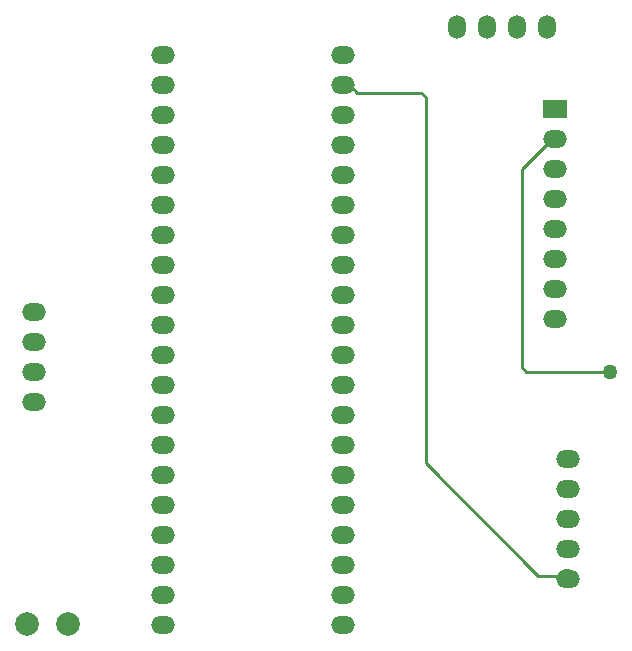
<source format=gtl>
G04*
G04 #@! TF.GenerationSoftware,Altium Limited,Altium Designer,22.5.1 (42)*
G04*
G04 Layer_Physical_Order=1*
G04 Layer_Color=255*
%FSLAX44Y44*%
%MOMM*%
G71*
G04*
G04 #@! TF.SameCoordinates,8A75C3A4-9842-482E-9D60-312BCB363DCA*
G04*
G04*
G04 #@! TF.FilePolarity,Positive*
G04*
G01*
G75*
%ADD11C,0.2540*%
%ADD18O,2.0000X1.5240*%
%ADD19O,2.0000X1.5240*%
%ADD20O,1.5240X2.0000*%
%ADD21R,2.0000X1.5240*%
%ADD22C,2.0000*%
%ADD23C,1.2700*%
D11*
X1016711Y836876D02*
X1070446D01*
X1074420Y832902D01*
Y523240D02*
Y832902D01*
X1004570Y843280D02*
X1010306D01*
X1016711Y836876D01*
X1074420Y523240D02*
X1169670Y427990D01*
X1193690Y427880D02*
X1193800Y427990D01*
X1186823Y427880D02*
X1193690D01*
X1186713Y427990D02*
X1186823Y427880D01*
X1169670Y427990D02*
X1186713D01*
X1155700Y604520D02*
Y772000D01*
X1181260Y797560D02*
X1183640D01*
X1155700Y772000D02*
X1181260Y797560D01*
X1155700Y604520D02*
X1159510Y600710D01*
X1230630D01*
D18*
X852170Y767080D02*
D03*
Y792480D02*
D03*
Y817880D02*
D03*
Y843280D02*
D03*
Y386080D02*
D03*
Y411480D02*
D03*
Y462280D02*
D03*
Y487680D02*
D03*
Y513080D02*
D03*
Y538480D02*
D03*
Y563880D02*
D03*
Y589280D02*
D03*
Y741680D02*
D03*
Y716280D02*
D03*
Y690880D02*
D03*
Y665480D02*
D03*
Y640080D02*
D03*
Y614680D02*
D03*
X1004570Y767080D02*
D03*
Y792480D02*
D03*
Y843280D02*
D03*
Y386080D02*
D03*
Y411480D02*
D03*
Y436880D02*
D03*
Y462280D02*
D03*
Y487680D02*
D03*
Y513080D02*
D03*
Y538480D02*
D03*
Y563880D02*
D03*
Y589280D02*
D03*
Y741680D02*
D03*
Y716280D02*
D03*
Y690880D02*
D03*
Y665480D02*
D03*
Y640080D02*
D03*
Y614680D02*
D03*
X852170Y436880D02*
D03*
X1004570Y868680D02*
D03*
Y817880D02*
D03*
X852170Y868680D02*
D03*
X1183640Y645160D02*
D03*
Y670560D02*
D03*
Y797560D02*
D03*
Y695960D02*
D03*
Y772160D02*
D03*
Y721360D02*
D03*
Y746760D02*
D03*
D19*
X1195070Y425450D02*
D03*
Y501650D02*
D03*
Y450850D02*
D03*
Y476250D02*
D03*
Y527050D02*
D03*
X742950Y600710D02*
D03*
Y575310D02*
D03*
Y651510D02*
D03*
Y626110D02*
D03*
D20*
X1126490Y892810D02*
D03*
X1101090D02*
D03*
X1177290D02*
D03*
X1151890D02*
D03*
D21*
X1183640Y822960D02*
D03*
D22*
X771880Y387350D02*
D03*
X736880D02*
D03*
D23*
X1230630Y600710D02*
D03*
X1186180Y797560D02*
D03*
X1193800Y427990D02*
D03*
M02*

</source>
